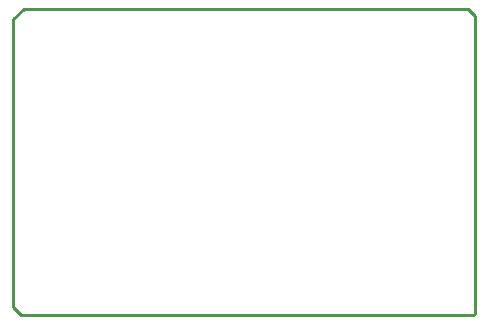
<source format=gko>
%FSLAX23Y23*%
%MOIN*%
G70*
G01*
G75*
G04 Layer_Color=16711935*
%ADD10R,0.024X0.020*%
%ADD11R,0.118X0.059*%
%ADD12R,0.118X0.039*%
%ADD13R,0.051X0.079*%
%ADD14C,0.010*%
%ADD15C,0.236*%
%ADD16C,0.039*%
%ADD17C,0.005*%
%ADD18C,0.059*%
%ADD19R,0.032X0.028*%
%ADD20R,0.126X0.067*%
%ADD21R,0.126X0.047*%
%ADD22R,0.059X0.087*%
D14*
X5Y30D02*
Y990D01*
Y30D02*
X30Y5D01*
X1540D01*
X1545Y10D01*
Y1000D01*
X1520Y1025D02*
X1545Y1000D01*
X40Y1025D02*
X1520D01*
X5Y990D02*
X40Y1025D01*
M02*

</source>
